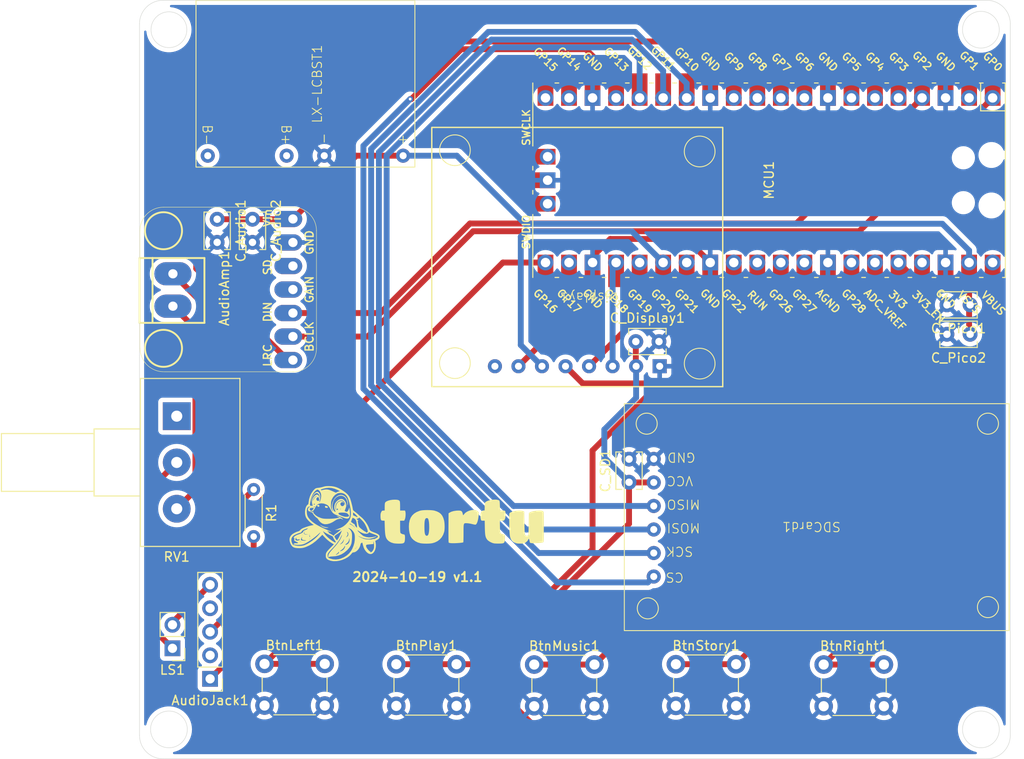
<source format=kicad_pcb>
(kicad_pcb (version 20240108) (generator "pcbnew") (generator_version "8.0")
  (layers (0 "F.Cu" signal) (31 "B.Cu" signal) (34 "B.Paste" user) (35 "F.Paste" user) (36 "B.SilkS" user "B.Silkscreen") (37 "F.SilkS" user "F.Silkscreen") (38 "B.Mask" user) (39 "F.Mask" user) (44 "Edge.Cuts" user))
  (net 0 "")
  (net 3 "GND")
  (net 4 "Net-(AudioAmp1-OUTP)")
  (net 5 "Net-(AudioAmp1-OUTN)")
  (net 6 "Net-(LS1-Pad1)")
  (net 7 "GPIO12")
  (net 9 "GPIO16")
  (net 14 "GPIO13")
  (net 16 "GPIO26")
  (net 17 "GPIO22")
  (net 19 "Vin")
  (net 20 "GPIO28")
  (net 23 "+3.3V")
  (net 24 "GPIO21")
  (net 28 "GPIO20")
  (net 31 "GPIO27")
  (net 32 "GPIO0")
  (net 34 "GPIO18")
  (net 36 "GPIO19")
  (net 37 "GPIO1")
  (net 38 "GPIO17")
  (net 39 "GPIO10")
  (net 42 "GPIO11")
  (net 43 "GPIO2")
  (net 60 "Net-(AudioJack1-Pin_5)")
  (net 63 "Net-(AudioJack1-Pin_1)")
  (footprint "Potentiometer_THT:Potentiometer_Alps_RK163_Single_Horizontal" (layer "F.Cu") (at 123.398 103.966)
    (property "Reference" "RV1" (at 0 15.2 360) (layer "F.SilkS"))
    (property "Value" "R_Potentiometer")
    (pad "1" thru_hole rect (at 0 0 180) (size 3 3) (drill 1.2) (layers "*.Cu" "*.Mask"))
    (pad "2" thru_hole circle (at 0 5 180) (size 3 3) (drill 1.2) (layers "*.Cu" "*.Mask") (net 6 "Net-(LS1-Pad1)"))
    (pad "3" thru_hole circle (at 0 10 180) (size 3 3) (drill 1.2) (layers "*.Cu" "*.Mask") (net 4 "Net-(AudioAmp1-OUTP)"))
  )
  (footprint "LOGO" (layer "F.Cu") (at 149.86 115.57)
    (property "Reference" "G***" (hide yes))
    (property "Value" "LOGO" (hide yes))
  )
  (footprint "AZDelivery_SDCard:AZDelivery_SDCard" (layer "F.Cu") (at 192.405 114.935 180)
    (property "Reference" "SDCard1" (at 0.508 -0.968 180) (layer "F.SilkS") (effects (font (thickness 0.1))))
    (property "Value" "~")
    (fp_text user "GND" (at 12.954 7.112 180) (layer "F.SilkS") (effects (font (thickness 0.1)) (justify left bottom)))
    (fp_text user "SCK" (at 13.208 -3.048 180) (layer "F.SilkS") (effects (font (thickness 0.1)) (justify left bottom)))
    (fp_text user "MISO" (at 12.446 2.032 180) (layer "F.SilkS") (effects (font (thickness 0.1)) (justify left bottom)))
    (fp_text user "VCC" (at 13.208 4.572 180) (layer "F.SilkS") (effects (font (thickness 0.1)) (justify left bottom)))
    (fp_text user "CS" (at 14.224 -5.842 180) (layer "F.SilkS") (effects (font (thickness 0.1)) (justify left bottom)))
    (fp_text user "MOSI" (at 12.446 -0.508 180) (layer "F.SilkS") (effects (font (thickness 0.1)) (justify left bottom)))
    (pad "1" thru_hole circle (at 17.526 6.35 180) (size 1.524 1.524) (drill 0.762) (layers "*.Cu" "*.Mask") (net 3 "GND"))
    (pad "2" thru_hole circle (at 17.526 3.81 180) (size 1.524 1.524) (drill 0.762) (layers "*.Cu" "*.Mask") (net 23 "+3.3V"))
    (pad "3" thru_hole circle (at 17.526 1.27 180) (size 1.524 1.524) (drill 0.762) (layers "*.Cu" "*.Mask") (net 7 "GPIO12"))
    (pad "4" thru_hole circle (at 17.526 -1.27 180) (size 1.524 1.524) (drill 0.762) (layers "*.Cu" "*.Mask") (net 42 "GPIO11"))
    (pad "5" thru_hole circle (at 17.526 -3.81 180) (size 1.524 1.524) (drill 0.762) (layers "*.Cu" "*.Mask") (net 39 "GPIO10"))
    (pad "6" thru_hole circle (at 17.526 -6.35 180) (size 1.524 1.524) (drill 0.762) (layers "*.Cu" "*.Mask") (net 14 "GPIO13"))
  )
  (footprint "Button_Switch_THT:SW_PUSH_6mm_H5mm" (layer "F.Cu") (at 177.269 130.755)
    (property "Reference" "BtnStory1" (at 3.25 -2 0) (layer "F.SilkS"))
    (property "Value" "SW_Push")
    (pad "1" thru_hole circle (at 0 0 90) (size 2 2) (drill 1.1) (layers "*.Cu" "*.Mask") (net 31 "GPIO27"))
    (pad "1" thru_hole circle (at 6.5 0 90) (size 2 2) (drill 1.1) (layers "*.Cu" "*.Mask") (net 31 "GPIO27"))
    (pad "2" thru_hole circle (at 0 4.5 90) (size 2 2) (drill 1.1) (layers "*.Cu" "*.Mask") (net 3 "GND"))
    (pad "2" thru_hole circle (at 6.5 4.5 90) (size 2 2) (drill 1.1) (layers "*.Cu" "*.Mask") (net 3 "GND"))
  )
  (footprint "Resistor_THT:R_Axial_DIN0204_L3.6mm_D1.6mm_P5.08mm_Horizontal" (layer "F.Cu") (at 131.699 111.887 -90)
    (property "Reference" "R1" (at 2.54 -1.92 90) (layer "F.SilkS"))
    (property "Value" "R")
    (pad "1" thru_hole circle (at 0 0 270) (size 1.4 1.4) (drill 0.7) (layers "*.Cu" "*.Mask") (net 6 "Net-(LS1-Pad1)"))
    (pad "2" thru_hole oval (at 5.08 0 270) (size 1.4 1.4) (drill 0.7) (layers "*.Cu" "*.Mask") (net 63 "Net-(AudioJack1-Pin_1)"))
  )
  (footprint "BatteryChargingModule_LX-LCBST:BatteryCharginModule_LX-LCBST" (layer "F.Cu") (at 137.287 68.47 -90)
    (property "Reference" "LX-LCBST1" (at -0.381 -1.27 90) (layer "F.SilkS") (effects (font (thickness 0.1))))
    (property "Value" "~")
    (fp_text user "-" (at 4.826 -1.524 -90) (layer "F.SilkS") (effects (font (thickness 0.1)) (justify left bottom)))
    (fp_text user "B-" (at 3.937 11.176 -90) (layer "F.SilkS") (effects (font (thickness 0.1)) (justify left bottom)))
    (fp_text user "+" (at 4.953 -10.033 -90) (layer "F.SilkS") (effects (font (thickness 0.1)) (justify left bottom)))
    (fp_text user "B+" (at 3.937 2.667 -90) (layer "F.SilkS") (effects (font (thickness 0.1)) (justify left bottom)))
    (pad "1" thru_hole circle (at 7.366 2.032 270) (size 1.524 1.524) (drill 0.762) (layers "*.Cu" "*.Mask"))
    (pad "2" thru_hole circle (at 7.366 10.541 270) (size 1.524 1.524) (drill 0.762) (layers "*.Cu" "*.Mask"))
    (pad "3" thru_hole circle (at 7.366 -10.541 270) (size 1.524 1.524) (drill 0.762) (layers "*.Cu" "*.Mask") (net 19 "Vin"))
    (pad "4" thru_hole circle (at 7.366 -2.032 270) (size 1.524 1.524) (drill 0.762) (layers "*.Cu" "*.Mask") (net 3 "GND"))
  )
  (footprint "MCU_RaspberryPi_and_Boards:RPi_Pico_SMD_TH" (layer "F.Cu") (at 187.325 78.486 -90)
    (property "Reference" "MCU1" (at 0 0 90) (layer "F.SilkS"))
    (property "Value" "Pico")
    (fp_text user "GP1" (at -12.9 -21.6 135) (layer "F.SilkS") (effects (font (size 0.8 0.8))))
    (fp_text user "GP17" (at 13.054 21.59 135) (layer "F.SilkS") (effects (font (size 0.8 0.8))))
    (fp_text user "GP19" (at 13.054 13.97 135) (layer "F.SilkS") (effects (font (size 0.8 0.8))))
    (fp_text user "GP22" (at 13.054 3.81 135) (layer "F.SilkS") (effects (font (size 0.8 0.8))))
    (fp_text user "GP6" (at -12.8 -3.81 135) (layer "F.SilkS") (effects (font (size 0.8 0.8))))
    (fp_text user "GND" (at -12.8 19.05 135) (layer "F.SilkS") (effects (font (size 0.8 0.8))))
    (fp_text user "GP7" (at -12.7 -1.3 135) (layer "F.SilkS") (effects (font (size 0.8 0.8))))
    (fp_text user "GP26" (at 13.054 -1.27 135) (layer "F.SilkS") (effects (font (size 0.8 0.8))))
    (fp_text user "GP10" (at -13.054 8.89 135) (layer "F.SilkS") (effects (font (size 0.8 0.8))))
    (fp_text user "RUN" (at 13 1.27 135) (layer "F.SilkS") (effects (font (size 0.8 0.8))))
    (fp_text user "GP2" (at -12.9 -16.51 135) (layer "F.SilkS") (effects (font (size 0.8 0.8))))
    (fp_text user "GP27" (at 13.054 -3.8 135) (layer "F.SilkS") (effects (font (size 0.8 0.8))))
    (fp_text user "GND" (at 12.8 6.35 135) (layer "F.SilkS") (effects (font (size 0.8 0.8))))
    (fp_text user "GND" (at -12.8 -6.35 135) (layer "F.SilkS") (effects (font (size 0.8 0.8))))
    (fp_text user "VSYS" (at 13.2 -21.59 135) (layer "F.SilkS") (effects (font (size 0.8 0.8))))
    (fp_text user "GND" (at -12.8 6.35 135) (layer "F.SilkS") (effects (font (size 0.8 0.8))))
    (fp_text user "GP0" (at -12.8 -24.13 135) (layer "F.SilkS") (effects (font (size 0.8 0.8))))
    (fp_text user "GP5" (at -12.8 -8.89 135) (layer "F.SilkS") (effects (font (size 0.8 0.8))))
    (fp_text user "GP4" (at -12.8 -11.43 135) (layer "F.SilkS") (effects (font (size 0.8 0.8))))
    (fp_text user "GND" (at 12.8 -19.05 135) (layer "F.SilkS") (effects (font (size 0.8 0.8))))
    (fp_text user "GP28" (at 13.054 -9.144 135) (layer "F.SilkS") (effects (font (size 0.8 0.8))))
    (fp_text user "GP15" (at -13.054 24.13 135) (layer "F.SilkS") (effects (font (size 0.8 0.8))))
    (fp_text user "GP11" (at -13.2 11.43 135) (layer "F.SilkS") (effects (font (size 0.8 0.8))))
    (fp_text user "GP20" (at 13.054 11.43 135) (layer "F.SilkS") (effects (font (size 0.8 0.8))))
    (fp_text user "GP21" (at 13.054 8.9 135) (layer "F.SilkS") (effects (font (size 0.8 0.8))))
    (fp_text user "SWDIO" (at 5.6 26.2 90) (layer "F.SilkS") (effects (font (size 0.8 0.8))))
    (fp_text user "GP16" (at 13.054 24.13 135) (layer "F.SilkS") (effects (font (size 0.8 0.8))))
    (fp_text user "GP12" (at -13.2 13.97 135) (layer "F.SilkS") (effects (font (size 0.8 0.8))))
    (fp_text user "GND" (at 12.8 19.05 135) (layer "F.SilkS") (effects (font (size 0.8 0.8))))
    (fp_text user "GP9" (at -12.8 3.81 135) (layer "F.SilkS") (effects (font (size 0.8 0.8))))
    (fp_text user "GP18" (at 13.054 16.51 135) (layer "F.SilkS") (effects (font (size 0.8 0.8))))
    (fp_text user "ADC_VREF" (at 14 -12.5 135) (layer "F.SilkS") (effects (font (size 0.8 0.8))))
    (fp_text user "3V3_EN" (at 13.7 -17.2 135) (layer "F.SilkS") (effects (font (size 0.8 0.8))))
    (fp_text user "GP3" (at -12.8 -13.97 135) (layer "F.SilkS") (effects (font (size 0.8 0.8))))
    (fp_text user "AGND" (at 13.054 -6.35 135) (layer "F.SilkS") (effects (font (size 0.8 0.8))))
    (fp_text user "GND" (at -12.8 -19.05 135) (layer "F.SilkS") (effects (font (size 0.8 0.8))))
    (fp_text user "GP13" (at -13.054 16.51 135) (layer "F.SilkS") (effects (font (size 0.8 0.8))))
    (fp_text user "GP14" (at -13.1 21.59 135) (layer "F.SilkS") (effects (font (size 0.8 0.8))))
    (fp_text user "VBUS" (at 13.3 -24.2 135) (layer "F.SilkS") (effects (font (size 0.8 0.8))))
    (fp_text user "3V3" (at 12.9 -13.9 135) (layer "F.SilkS") (effects (font (size 0.8 0.8))))
    (fp_text user "SWCLK" (at -5.7 26.2 90) (layer "F.SilkS") (effects (font (size 0.8 0.8))))
    (fp_text user "GP8" (at -12.8 1.27 135) (layer "F.SilkS") (effects (font (size 0.8 0.8))))
    (pad "" np_thru_hole oval (at -2.725 -24 270) (size 1.8 1.8) (drill 1.8) (layers "*.Cu" "*.Mask"))
    (pad "" np_thru_hole oval (at -2.425 -20.97 270) (size 1.5 1.5) (drill 1.5) (layers "*.Cu" "*.Mask"))
    (pad "" np_thru_hole oval (at 2.425 -20.97 270) (size 1.5 1.5) (drill 1.5) (layers "*.Cu" "*.Mask"))
    (pad "" np_thru_hole oval (at 2.725 -24 270) (size 1.8 1.8) (drill 1.8) (layers "*.Cu" "*.Mask"))
    (pad "1" thru_hole oval (at -8.89 -24.13 270) (size 1.7 1.7) (drill 1.02) (layers "*.Cu" "*.Mask") (net 32 "GPIO0"))
    (pad "1" smd rect (at -8.89 -24.13 270) (size 3.5 1.7) (drill (offset -0.9 0)) (layers "F.Cu" "F.Mask") (net 32 "GPIO0"))
    (pad "2" thru_hole oval (at -8.89 -21.59 270) (size 1.7 1.7) (drill 1.02) (layers "*.Cu" "*.Mask") (net 37 "GPIO1"))
    (pad "2" smd rect (at -8.89 -21.59 270) (size 3.5 1.7) (drill (offset -0.9 0)) (layers "F.Cu" "F.Mask") (net 37 "GPIO1"))
    (pad "3" thru_hole rect (at -8.89 -19.05 270) (size 1.7 1.7) (drill 1.02) (layers "*.Cu" "*.Mask") (net 3 "GND"))
    (pad "3" smd rect (at -8.89 -19.05 270) (size 3.5 1.7) (drill (offset -0.9 0)) (layers "F.Cu" "F.Mask") (net 3 "GND"))
    (pad "4" thru_hole oval (at -8.89 -16.51 270) (size 1.7 1.7) (drill 1.02) (layers "*.Cu" "*.Mask") (net 43 "GPIO2"))
    (pad "4" smd rect (at -8.89 -16.51 270) (size 3.5 1.7) (drill (offset -0.9 0)) (layers "F.Cu" "F.Mask") (net 43 "GPIO2"))
    (pad "5" thru_hole oval (at -8.89 -13.97 270) (size 1.7 1.7) (drill 1.02) (layers "*.Cu" "*.Mask"))
    (pad "5" smd rect (at -8.89 -13.97 270) (size 3.5 1.7) (drill (offset -0.9 0)) (layers "F.Cu" "F.Mask"))
    (pad "6" thru_hole oval (at -8.89 -11.43 270) (size 1.7 1.7) (drill 1.02) (layers "*.Cu" "*.Mask"))
    (pad "6" smd rect (at -8.89 -11.43 270) (size 3.5 1.7) (drill (offset -0.9 0)) (layers "F.Cu" "F.Mask"))
    (pad "7" thru_hole oval (at -8.89 -8.89 270) (size 1.7 1.7) (drill 1.02) (layers "*.Cu" "*.Mask"))
    (pad "7" smd rect (at -8.89 -8.89 270) (size 3.5 1.7) (drill (offset -0.9 0)) (layers "F.Cu" "F.Mask"))
    (pad "8" thru_hole rect (at -8.89 -6.35 270) (size 1.7 1.7) (drill 1.02) (layers "*.Cu" "*.Mask") (net 3 "GND"))
    (pad "8" smd rect (at -8.89 -6.35 270) (size 3.5 1.7) (drill (offset -0.9 0)) (layers "F.Cu" "F.Mask") (net 3 "GND"))
    (pad "9" thru_hole oval (at -8.89 -3.81 270) (size 1.7 1.7) (drill 1.02) (layers "*.Cu" "*.Mask"))
    (pad "9" smd rect (at -8.89 -3.81 270) (size 3.5 1.7) (drill (offset -0.9 0)) (layers "F.Cu" "F.Mask"))
    (pad "10" thru_hole oval (at -8.89 -1.27 270) (size 1.7 1.7) (drill 1.02) (layers "*.Cu" "*.Mask"))
    (pad "10" smd rect (at -8.89 -1.27 270) (size 3.5 1.7) (drill (offset -0.9 0)) (layers "F.Cu" "F.Mask"))
    (pad "11" thru_hole oval (at -8.89 1.27 270) (size 1.7 1.7) (drill 1.02) (layers "*.Cu" "*.Mask"))
    (pad "11" smd rect (at -8.89 1.27 270) (size 3.5 1.7) (drill (offset -0.9 0)) (layers "F.Cu" "F.Mask"))
    (pad "12" thru_hole oval (at -8.89 3.81 270) (size 1.7 1.7) (drill 1.02) (layers "*.Cu" "*.Mask"))
    (pad "12" smd rect (at -8.89 3.81 270) (size 3.5 1.7) (drill (offset -0.9 0)) (layers "F.Cu" "F.Mask"))
    (pad "13" thru_hole rect (at -8.89 6.35 270) (size 1.7 1.7) (drill 1.02) (layers "*.Cu" "*.Mask") (net 3 "GND"))
    (pad "13" smd rect (at -8.89 6.35 270) (size 3.5 1.7) (drill (offset -0.9 0)) (layers "F.Cu" "F.Mask") (net 3 "GND"))
    (pad "14" thru_hole oval (at -8.89 8.89 270) (size 1.7 1.7) (drill 1.02) (layers "*.Cu" "*.Mask") (net 39 "GPIO10"))
    (pad "14" smd rect (at -8.89 8.89 270) (size 3.5 1.7) (drill (offset -0.9 0)) (layers "F.Cu" "F.Mask") (net 39 "GPIO10"))
    (pad "15" thru_hole oval (at -8.89 11.43 270) (size 1.7 1.7) (drill 1.02) (layers "*.Cu" "*.Mask") (net 42 "GPIO11"))
    (pad "15" smd rect (at -8.89 11.43 270) (size 3.5 1.7) (drill (offset -0.9 0)) (layers "F.Cu" "F.Mask") (net 42 "GPIO11"))
    (pad "16" thru_hole oval (at -8.89 13.97 270) (size 1.7 1.7) (drill 1.02) (layers "*.Cu" "*.Mask") (net 7 "GPIO12"))
    (pad "16" smd rect (at -8.89 13.97 270) (size 3.5 1.7) (drill (offset -0.9 0)) (layers "F.Cu" "F.Mask") (net 7 "GPIO12"))
    (pad "17" thru_hole oval (at -8.89 16.51 270) (size 1.7 1.7) (drill 1.02) (layers "*.Cu" "*.Mask") (net 14 "GPIO13"))
    (pad "17" smd rect (at -8.89 16.51 270) (size 3.5 1.7) (drill (offset -0.9 0)) (layers "F.Cu" "F.Mask") (net 14 "GPIO13"))
    (pad "18" thru_hole rect (at -8.89 19.05 270) (size 1.7 1.7) (drill 1.02) (layers "*.Cu" "*.Mask") (net 3 "GND"))
    (pad "18" smd rect (at -8.89 19.05 270) (size 3.5 1.7) (drill (offset -0.9 0)) (layers "F.Cu" "F.Mask") (net 3 "GND"))
    (pad "19" thru_hole oval (at -8.89 21.59 270) (size 1.7 1.7) (drill 1.02) (layers "*.Cu" "*.Mask"))
    (pad "19" smd rect (at -8.89 21.59 270) (size 3.5 1.7) (drill (offset -0.9 0)) (layers "F.Cu" "F.Mask"))
    (pad "20" thru_hole oval (at -8.89 24.13 270) (size 1.7 1.7) (drill 1.02) (layers "*.Cu" "*.Mask"))
    (pad "20" smd rect (at -8.89 24.13 270) (size 3.5 1.7) (drill (offset -0.9 0)) (layers "F.Cu" "F.Mask"))
    (pad "21" thru_hole oval (at 8.89 24.13 270) (size 1.7 1.7) (drill 1.02) (layers "*.Cu" "*.Mask") (net 9 "GPIO16"))
    (pad "21" smd rect (at 8.89 24.13 270) (size 3.5 1.7) (drill (offset 0.9 0)) (layers "F.Cu" "F.Mask") (net 9 "GPIO16"))
    (pad "22" thru_hole oval (at 8.89 21.59 270) (size 1.7 1.7) (drill 1.02) (layers "*.Cu" "*.Mask") (net 38 "GPIO17"))
    (pad "22" smd rect (at 8.89 21.59 270) (size 3.5 1.7) (drill (offset 0.9 0)) (layers "F.Cu" "F.Mask") (net 38 "GPIO17"))
    (pad "23" thru_hole rect (at 8.89 19.05 270) (size 1.7 1.7) (drill 1.02) (layers "*.Cu" "*.Mask") (net 3 "GND"))
    (pad "23" smd rect (at 8.89 19.05 270) (size 3.5 1.7) (drill (offset 0.9 0)) (layers "F.Cu" "F.Mask") (net 3 "GND"))
    (pad "24" thru_hole oval (at 8.89 16.51 270) (size 1.7 1.7) (drill 1.02) (layers "*.Cu" "*.Mask") (net 34 "GPIO18"))
    (pad "24" smd rect (at 8.89 16.51 270) (size 3.5 1.7) (drill (offset 0.9 0)) (layers "F.Cu" "F.Mask") (net 34 "GPIO18"))
    (pad "25" thru_hole oval (at 8.89 13.97 270) (size 1.7 1.7) (drill 1.02) (layers "*.Cu" "*.Mask") (net 36 "GPIO19"))
    (pad "25" smd rect (at 8.89 13.97 270) (size 3.5 1.7) (drill (offset 0.9 0)) (layers "F.Cu" "F.Mask") (net 36 "GPIO19"))
    (pad "26" thru_hole oval (at 8.89 11.43 270) (size 1.7 1.7) (drill 1.02) (layers "*.Cu" "*.Mask") (net 28 "GPIO20"))
    (pad "26" smd rect (at 8.89 11.43 270) (size 3.5 1.7) (drill (offset 0.9 0)) (layers "F.Cu" "F.Mask") (net 28 "GPIO20"))
    (pad "27" thru_hole oval (at 8.89 8.89 270) (size 1.7 1.7) (drill 1.02) (layers "*.Cu" "*.Mask") (net 24 "GPIO21"))
    (pad "27" smd rect (at 8.89 8.89 270) (size 3.5 1.7) (drill (offset 0.9 0)) (layers "F.Cu" "F.Mask") (net 24 "GPIO21"))
    (pad "28" thru_hole rect (at 8.89 6.35 270) (size 1.7 1.7) (drill 1.02) (layers "*.Cu" "*.Mask") (net 3 "GND"))
    (pad "28" smd rect (at 8.89 6.35 270) (size 3.5 1.7) (drill (offset 0.9 0)) (layers "F.Cu" "F.Mask") (net 3 "GND"))
    (pad "29" thru_hole oval (at 8.89 3.81 270) (size 1.7 1.7) (drill 1.02) (layers "*.Cu" "*.Mask") (net 17 "GPIO22"))
    (pad "29" smd rect (at 8.89 3.81 270) (size 3.5 1.7) (drill (offset 0.9 0)) (layers "F.Cu" "F.Mask") (net 17 "GPIO22"))
    (pad "30" thru_hole oval (at 8.89 1.27 270) (size 1.7 1.7) (drill 1.02) (layers "*.Cu" "*.Mask"))
    (pad "30" smd rect (at 8.89 1.27 270) (size 3.5 1.7) (drill (offset 0.9 0)) (layers "F.Cu" "F.Mask"))
    (pad "31" thru_hole oval (at 8.89 -1.27 270) (size 1.7 1.7) (drill 1.02) (layers "*.Cu" "*.Mask") (net 16 "GPIO26"))
    (pad "31" smd rect (at 8.89 -1.27 270) (size 3.5 1.7) (drill (offset 0.9 0)) (layers "F.Cu" "F.Mask") (net 16 "GPIO26"))
    (pad "32" thru_hole oval (at 8.89 -3.81 270) (size 1.7 1.7) (drill 1.02) (layers "*.Cu" "*.Mask") (net 31 "GPIO27"))
    (pad "32" smd rect (at 8.89 -3.81 270) (size 3.5 1.7) (drill (offset 0.9 0)) (layers "F.Cu" "F.Mask") (net 31 "GPIO27"))
    (pad "33" thru_hole rect (at 8.89 -6.35 270) (size 1.7 1.7) (drill 1.02) (layers "*.Cu" "*.Mask") (net 3 "GND"))
    (pad "33" smd rect (at 8.89 -6.35 270) (size 3.5 1.7) (drill (offset 0.9 0)) (layers "F.Cu" "F.Mask") (net 3 "GND"))
    (pad "34" thru_hole oval (at 8.89 -8.89 270) (size 1.7 1.7) (drill 1.02) (layers "*.Cu" "*.Mask") (net 20 "GPIO28"))
    (pad "34" smd rect (at 8.89 -8.89 270) (size 3.5 1.7) (drill (offset 0.9 0)) (layers "F.Cu" "F.Mask") (net 20 "GPIO28"))
    (pad "35" thru_hole oval (at 8.89 -11.43 270) (size 1.7 1.7) (drill 1.02) (layers "*.Cu" "*.Mask"))
    (pad "35" smd rect (at 8.89 -11.43 270) (size 3.5 1.7) (drill (offset 0.9 0)) (layers "F.Cu" "F.Mask"))
    (pad "36" thru_hole oval (at 8.89 -13.97 270) (size 1.7 1.7) (drill 1.02) (layers "*.Cu" "*.Mask") (net 23 "+3.3V"))
    (pad "36" smd rect (at 8.89 -13.97 270) (size 3.5 1.7) (drill (offset 0.9 0)) (layers "F.Cu" "F.Mask") (net 23 "+3.3V"))
    (pad "37" thru_hole oval (at 8.89 -16.51 270) (size 1.7 1.7) (drill 1.02) (layers "*.Cu" "*.Mask"))
    (pad "37" smd rect (at 8.89 -16.51 270) (size 3.5 1.7) (drill (offset 0.9 0)) (layers "F.Cu" "F.Mask"))
    (pad "38" thru_hole rect (at 8.89 -19.05 270) (size 1.7 1.7) (drill 1.02) (layers "*.Cu" "*.Mask") (net 3 "GND"))
    (pad "38" smd rect (at 8.89 -19.05 270) (size 3.5 1.7) (drill (offset 0.9 0)) (layers "F.Cu" "F.Mask") (net 3 "GND"))
    (pad "39" thru_hole oval (at 8.89 -21.59 270) (size 1.7 1.7) (drill 1.02) (layers "*.Cu" "*.Mask") (net 19 "Vin"))
    (pad "39" smd rect (at 8.89 -21.59 270) (size 3.5 1.7) (drill (offset 0.9 0)) (layers "F.Cu" "F.Mask") (net 19 "Vin"))
    (pad "40" thru_hole oval (at 8.89 -24.13 270) (size 1.7 1.7) (drill 1.02) (layers "*.Cu" "*.Mask"))
    (pad "40" smd rect (at 8.89 -24.13 270) (size 3.5 1.7) (drill (offset 0.9 0)) (layers "F.Cu" "F.Mask"))
    (pad "41" thru_hole oval (at -2.54 23.9 270) (size 1.7 1.7) (drill 1.02) (layers "*.Cu" "*.Mask"))
    (pad "41" smd rect (at -2.54 23.9) (size 3.5 1.7) (drill (offset -0.9 0)) (layers "F.Cu" "F.Mask"))
    (pad "42" thru_hole rect (at 0 23.9 270) (size 1.7 1.7) (drill 1.02) (layers "*.Cu" "*.Mask") (net 3 "GND"))
    (pad "42" smd rect (at 0 23.9) (size 3.5 1.7) (drill (offset -0.9 0)) (layers "F.Cu" "F.Mask") (net 3 "GND"))
    (pad "43" thru_hole oval (at 2.54 23.9 270) (size 1.7 1.7) (drill 1.02) (layers "*.Cu" "*.Mask"))
    (pad "43" smd rect (at 2.54 23.9) (size 3.5 1.7) (drill (offset -0.9 0)) (layers "F.Cu" "F.Mask"))
  )
  (footprint "Button_Switch_THT:SW_PUSH_6mm_H5mm" (layer "F.Cu") (at 193.219 130.791)
    (property "Reference" "BtnRight1" (at 3.25 -2 0) (layer "F.SilkS"))
    (property "Value" "SW_Push")
    (pad "1" thru_hole circle (at 0 0 90) (size 2 2) (drill 1.1) (layers "*.Cu" "*.Mask") (net 20 "GPIO28"))
    (pad "1" thru_hole circle (at 6.5 0 90) (size 2 2) (drill 1.1) (layers "*.Cu" "*.Mask") (net 20 "GPIO28"))
    (pad "2" thru_hole circle (at 0 4.5 90) (size 2 2) (drill 1.1) (layers "*.Cu" "*.Mask") (net 3 "GND"))
    (pad "2" thru_hole circle (at 6.5 4.5 90) (size 2 2) (drill 1.1) (layers "*.Cu" "*.Mask") (net 3 "GND"))
  )
  (footprint "Capacitor_THT:C_Disc_D3.8mm_W2.6mm_P2.50mm" (layer "F.Cu") (at 209.022 91.948 180)
    (property "Reference" "C_Pico1" (at 1.25 -2.55 360) (layer "F.SilkS"))
    (property "Value" "10u")
    (pad "1" thru_hole circle (at 0 0 180) (size 1.6 1.6) (drill 0.8) (layers "*.Cu" "*.Mask") (net 19 "Vin"))
    (pad "2" thru_hole circle (at 2.5 0 180) (size 1.6 1.6) (drill 0.8) (layers "*.Cu" "*.Mask") (net 3 "GND"))
  )
  (footprint "Capacitor_THT:C_Disc_D3.8mm_W2.6mm_P2.50mm" (layer "F.Cu") (at 172.9432 95.9104)
    (property "Reference" "C_Display1" (at 1.25 -2.55 360) (layer "F.SilkS"))
    (property "Value" "1u")
    (pad "1" thru_hole circle (at 0 0) (size 1.6 1.6) (drill 0.8) (layers "*.Cu" "*.Mask") (net 23 "+3.3V"))
    (pad "2" thru_hole circle (at 2.5 0) (size 1.6 1.6) (drill 0.8) (layers "*.Cu" "*.Mask") (net 3 "GND"))
  )
  (footprint "Button_Switch_THT:SW_PUSH_6mm_H5mm" (layer "F.Cu") (at 147.095 130.755)
    (property "Reference" "BtnPlay1" (at 3.25 -2 0) (layer "F.SilkS"))
    (property "Value" "SW_Push")
    (pad "1" thru_hole circle (at 0 0 90) (size 2 2) (drill 1.1) (layers "*.Cu" "*.Mask") (net 17 "GPIO22"))
    (pad "1" thru_hole circle (at 6.5 0 90) (size 2 2) (drill 1.1) (layers "*.Cu" "*.Mask") (net 17 "GPIO22"))
    (pad "2" thru_hole circle (at 0 4.5 90) (size 2 2) (drill 1.1) (layers "*.Cu" "*.Mask") (net 3 "GND"))
    (pad "2" thru_hole circle (at 6.5 4.5 90) (size 2 2) (drill 1.1) (layers "*.Cu" "*.Mask") (net 3 "GND"))
  )
  (footprint "Capacitor_THT:C_Disc_D3.8mm_W2.6mm_P2.50mm" (layer "F.Cu") (at 209.022 95.123 180)
    (property "Reference" "C_Pico2" (at 1.25 -2.55 360) (layer "F.SilkS"))
    (property "Value" "0.1u")
    (pad "1" thru_hole circle (at 0 0 180) (size 1.6 1.6) (drill 0.8) (layers "*.Cu" "*.Mask") (net 19 "Vin"))
    (pad "2" thru_hole circle (at 2.5 0 180) (size 1.6 1.6) (drill 0.8) (layers "*.Cu" "*.Mask") (net 3 "GND"))
  )
  (footprint "Connector_PinHeader_2.54mm:PinHeader_1x05_P2.54mm_Vertical" (layer "F.Cu") (at 127 132.334 180)
    (property "Reference" "AudioJack1" (at 0 -2.33 360) (layer "F.SilkS"))
    (property "Value" "AudioJack")
    (pad "1" thru_hole rect (at 0 0 180) (size 1.7 1.7) (drill 1) (layers "*.Cu" "*.Mask") (net 63 "Net-(AudioJack1-Pin_1)"))
    (pad "2" thru_hole oval (at 0 2.54 180) (size 1.7 1.7) (drill 1) (layers "*.Cu" "*.Mask"))
    (pad "3" thru_hole oval (at 0 5.08 180) (size 1.7 1.7) (drill 1) (layers "*.Cu" "*.Mask") (net 5 "Net-(AudioAmp1-OUTN)"))
    (pad "4" thru_hole oval (at 0 7.62 180) (size 1.7 1.7) (drill 1) (layers "*.Cu" "*.Mask"))
    (pad "5" thru_hole oval (at 0 10.16 180) (size 1.7 1.7) (drill 1) (layers "*.Cu" "*.Mask") (net 60 "Net-(AudioJack1-Pin_5)"))
  )
  (footprint "Display_135x240IPS:Display_135x240IPS" (layer "F.Cu") (at 167.8968 103.5745 180)
    (property "Reference" "Display1" (at 0 12.446 180) (layer "F.SilkS") (effects (font (thickness 0.1))))
    (property "Value" "~")
    (pad "1" thru_hole rect (at -7.62 5 180) (size 1.524 1.524) (drill 0.762) (layers "*.Cu" "*.Mask") (net 3 "GND"))
    (pad "2" thru_hole circle (at -5.08 5 180) (size 1.524 1.524) (drill 0.762) (layers "*.Cu" "*.Mask") (net 23 "+3.3V"))
    (pad "3" thru_hole circle (at -2.54 5 180) (size 1.524 1.524) (drill 0.762) (layers "*.Cu" "*.Mask") (net 34 "GPIO18"))
    (pad "4" thru_hole circle (at 0 5 180) (size 1.524 1.524) (drill 0.762) (layers "*.Cu" "*.Mask") (net 36 "GPIO19"))
    (pad "5" thru_hole circle (at 2.54 5 180) (size 1.524 1.524) (drill 0.762) (layers "*.Cu" "*.Mask") (net 24 "GPIO21"))
    (pad "6" thru_hole circle (at 5.08 5 180) (size 1.524 1.524) (drill 0.762) (layers "*.Cu" "*.Mask") (net 28 "GPIO20"))
    (pad "7" thru_hole circle (at 7.62 5 180) (size 1.524 1.524) (drill 0.762) (layers "*.Cu" "*.Mask") (net 38 "GPIO17"))
    (pad "8" thru_hole circle (at 10.16 5 180) (size 1.524 1.524) (drill 0.762) (layers "*.Cu" "*.Mask"))
  )
  (footprint "Capacitor_THT:C_Disc_D3.8mm_W2.6mm_P2.50mm" (layer "F.Cu") (at 131.572 82.697 -90)
    (property "Reference" "C_Audio2" (at 1.25 -2.55 90) (layer "F.SilkS"))
    (property "Value" "10u")
    (pad "1" thru_hole circle (at 0 0 270) (size 1.6 1.6) (drill 0.8) (layers "*.Cu" "*.Mask") (net 19 "Vin"))
    (pad "2" thru_hole circle (at 2.5 0 270) (size 1.6 1.6) (drill 0.8) (layers "*.Cu" "*.Mask") (net 3 "GND"))
  )
  (footprint "adafruit-MAX98357:adafruit-MAX98357" (layer "F.Cu") (at 129.032 90.17 90)
    (property "Reference" "AudioAmp1" (at 0 -0.5 90) (layer "F.SilkS"))
    (property "Value" "adafruit-MAX98357")
    (fp_text user "BCLK" (at -5.2 8.685 90) (layer "F.SilkS") (effects (font (size 0.8636 0.8636) (thickness 0.1524))))
    (fp_text user "GAIN" (at -0.12 8.685 90) (layer "F.SilkS") (effects (font (size 0.8636 0.8636) (thickness 0.1524))))
    (fp_text user "DIN" (at -2.533 4.185 90) (layer "F.SilkS") (effects (font (size 0.8636 0.8636) (thickness 0.1524))))
    (fp_text user "LRC" (at -7.232 4.185 90) (layer "F.SilkS") (effects (font (size 0.8636 0.8636) (thickness 0.1524))))
    (fp_text user "Vin" (at 7.627 4.185 90) (layer "F.SilkS") (effects (font (size 0.8636 0.8636) (thickness 0.1524))))
    (fp_text user "SD" (at 2.293 4.185 90) (layer "F.SilkS") (effects (font (size 0.8636 0.8636) (thickness 0.1524))))
    (fp_text user "GND" (at 4.96 8.685 90) (layer "F.SilkS") (effects (font (size 0.8636 0.8636) (thickness 0.1524))))
    (pad "1" thru_hole oval (at 7.5 6.907) (size 3 1.75) (drill 1 (offset -0.5 0)) (layers "*.Cu" "*.Mask") (net 19 "Vin"))
    (pad "2" thru_hole oval (at 4.96 6.907) (size 3 1.75) (drill 1 (offset -0.5 0)) (layers "*.Cu" "*.Mask") (net 3 "GND"))
    (pad "3" thru_hole oval (at 2.42 6.907) (size 3 1.75) (drill 1 (offset -0.5 0)) (layers "*.Cu" "*.Mask"))
    (pad "4" thru_hole oval (at -0.12 6.907) (size 3 1.75) (drill 1 (offset -0.5 0)) (layers "*.Cu" "*.Mask"))
    (pad "5" thru_hole oval (at -2.66 6.907) (size 3 1.75) (drill 1 (offset -0.5 0)) (layers "*.Cu" "*.Mask") (net 43 "GPIO2"))
    (pad "6" thru_hole oval (at -5.2 6.907) (size 3 1.75) (drill 1 (offset -0.5 0)) (layers "*.Cu" "*.Mask") (net 32 "GPIO0"))
    (pad "7" thru_hole oval (at -7.74 6.907) (size 3 1.75) (drill 1 (offset -0.5 0)) (layers "*.Cu" "*.Mask") (net 37 "GPIO1"))
    (pad "8" thru_hole oval (at -1.92 -6.047 270) (size 2.5 4) (drill 1) (layers "*.Cu" "*.Mask") (net 4 "Net-(AudioAmp1-OUTP)"))
    (pad "9" thru_hole oval (at 1.58 -6.047 270) (size 2.5 4) (drill 1) (layers "*.Cu" "*.Mask") (net 5 "Net-(AudioAmp1-OUTN)"))
  )
  (footprint "Capacitor_THT:C_Disc_D3.8mm_W2.6mm_P2.50mm" (layer "F.Cu") (at 127.762 82.697 -90)
    (property "Reference" "C_Audio1" (at 1.25 -2.55 90) (layer "F.SilkS"))
    (property "Value" "0.1u")
    (pad "1" thru_hole circle (at 0 0 270) (size 1.6 1.6) (drill 0.8) (layers "*.Cu" "*.Mask") (net 19 "Vin"))
    (pad "2" thru_hole circle (at 2.5 0 270) (size 1.6 1.6) (drill 0.8) (layers "*.Cu" "*.Mask") (net 3 "GND"))
  )
  (footprint "Connector_PinHeader_2.54mm:PinHeader_1x02_P2.54mm_Vertical" (layer "F.Cu") (at 122.936 129.037 180)
    (property "Reference" "LS1" (at 0 -2.33 360) (layer "F.SilkS"))
    (property "Value" "Speaker")
    (pad "1" thru_hole rect (at 0 0 180) (size 1.7 1.7) (drill 1) (layers "*.Cu" "*.Mask") (net 6 "Net-(LS1-Pad1)"))
    (pad "2" thru_hole oval (at 0 2.54 180) (size 1.7 1.7) (drill 1) (layers "*.Cu" "*.Mask") (net 60 "Net-(AudioJack1-Pin_5)"))
  )
  (footprint "Capacitor_THT:C_Disc_D3.8mm_W2.6mm_P2.50mm" (layer "F.Cu") (at 172.212 111.105 90)
    (property "Reference" "C_SD1" (at 1.25 -2.55 90) (layer "F.SilkS"))
    (property "Value" "1u")
    (pad "1" thru_hole circle (at 0 0 90) (size 1.6 1.6) (drill 0.8) (layers "*.Cu" "*.Mask") (net 23 "+3.3V"))
    (pad "2" thru_hole circle (at 2.5 0 90) (size 1.6 1.6) (drill 0.8) (layers "*.Cu" "*.Mask") (net 3 "GND"))
  )
  (footprint "Button_Switch_THT:SW_PUSH_6mm_H5mm" (layer "F.Cu") (at 132.871 130.719)
    (property "Reference" "BtnLeft1" (at 3.25 -2 0) (layer "F.SilkS"))
    (property "Value" "SW_Push")
    (pad "1" thru_hole circle (at 0 0 90) (size 2 2) (drill 1.1) (layers "*.Cu" "*.Mask") (net 9 "GPIO16"))
    (pad "1" thru_hole circle (at 6.5 0 90) (size 2 2) (drill 1.1) (layers "*.Cu" "*.Mask") (net 9 "GPIO16"))
    (pad "2" thru_hole circle (at 0 4.5 90) (size 2 2) (drill 1.1) (layers "*.Cu" "*.Mask") (net 3 "GND"))
    (pad "2" thru_hole circle (at 6.5 4.5 90) (size 2 2) (drill 1.1) (layers "*.Cu" "*.Mask") (net 3 "GND"))
  )
  (footprint "Button_Switch_THT:SW_PUSH_6mm_H5mm" (layer "F.Cu") (at 161.977 130.791)
    (property "Reference" "BtnMusic1" (at 3.25 -2 0) (layer "F.SilkS"))
    (property "Value" "SW_Push")
    (pad "1" thru_hole circle (at 0 0 90) (size 2 2) (drill 1.1) (layers "*.Cu" "*.Mask") (net 16 "GPIO26"))
    (pad "1" thru_hole circle (at 6.5 0 90) (size 2 2) (drill 1.1) (layers "*.Cu" "*.Mask") (net 16 "GPIO26"))
    (pad "2" thru_hole circle (at 0 4.5 90) (size 2 2) (drill 1.1) (layers "*.Cu" "*.Mask") (net 3 "GND"))
    (pad "2" thru_hole circle (at 6.5 4.5 90) (size 2 2) (drill 1.1) (layers "*.Cu" "*.Mask") (net 3 "GND"))
  )
  (gr_line (start 121.92 140.97) (end 210.82 140.97) (stroke (width 0.05)) (layer "Edge.Cuts"))
  (gr_circle (center 122.555 137.795) (end 121.285 139.319) (stroke (width 0.05)) (fill none) (layer "Edge.Cuts"))
  (gr_circle (center 122.555 62.23) (end 121.793 60.452) (stroke (width 0.05)) (fill none) (layer "Edge.Cuts"))
  (gr_circle (center 210.185 137.795) (end 211.709 139.065) (stroke (width 0.05)) (fill none) (layer "Edge.Cuts"))
  (gr_line (start 119.38 61.595) (end 119.38 138.43) (stroke (width 0.05)) (layer "Edge.Cuts"))
  (gr_arc (start 121.92 140.97) (mid 120.123949 140.226051) (end 119.38 138.43) (stroke (width 0.05)) (layer "Edge.Cuts"))
  (gr_arc (start 119.38 61.595) (mid 120.123949 59.798949) (end 121.92 59.055) (stroke (width 0.05)) (layer "Edge.Cuts"))
  (gr_arc (start 213.36 138.43) (mid 212.616051 140.226051) (end 210.82 140.97) (stroke (width 0.05)) (layer "Edge.Cuts"))
  (gr_arc (start 210.82 59.055) (mid 212.616051 59.798949) (end 213.36 61.595) (stroke (width 0.05)) (layer "Edge.Cuts"))
  (gr_circle (center 210.185 62.23) (end 211.709 60.96) (stroke (width 0.05)) (fill none) (layer "Edge.Cuts"))
  (gr_line (start 213.36 138.43) (end 213.36 61.595) (stroke (width 0.05)) (layer "Edge.Cuts"))
  (gr_line (start 121.92 59.055) (end 210.82 59.055) (stroke (width 0.05)) (layer "Edge.Cuts"))
  (gr_text "2024-10-19 v1.1" (at 142.24 121.92 0) (layer "F.SilkS") (effects (font (size 1 1) (thickness 0.2) (bold yes)) (justify left bottom)))
  (segment (start 168.275 87.376) (end 168.275 86.7346) (width 0.635) (layer "F.Cu") (net 3))
  (segment (start 170.18 84.8296) (end 178.4286 84.8296) (width 0.635) (layer "F.Cu") (net 3))
  (segment (start 175.4432 98.5009) (end 175.5168 98.5745) (width 0.635) (layer "F.Cu") (net 3))
  (segment (start 178.4286 84.8296) (end 180.975 87.376) (width 0.635) (layer "F.Cu") (net 3))
  (segment (start 168.275 86.7346) (end 170.18 84.8296) (width 0.635) (layer "F.Cu") (net 3))
  (segment (start 175.3924 98.4501) (end 175.5168 98.5745) (width 0.635) (layer "F.Cu") (net 3))
  (segment (start 123.398 113.966) (end 125.4155 111.9485) (width 0.635) (layer "F.Cu") (net 4))
  (segment (start 125.4155 111.9485) (end 125.4155 94.5205) (width 0.635) (layer "F.Cu") (net 4))
  (segment (start 125.4155 94.5205) (end 122.985 92.09) (width 0.635) (layer "F.Cu") (net 4))
  (segment (start 129.286 116.332) (end 133.4294 112.1886) (width 0.635) (layer "F.Cu") (net 5))
  (segment (start 129.286 124.968) (end 129.286 116.332) (width 0.635) (layer "F.Cu") (net 5))
  (segment (start 133.4294 99.0344) (end 122.985 88.59) (width 0.635) (layer "F.Cu") (net 5))
  (segment (start 133.4294 112.1886) (end 133.4294 99.0344) (width 0.635) (layer "F.Cu") (net 5))
  (segment (start 127 127.254) (end 129.286 124.968) (width 0.635) (layer "F.Cu") (net 5))
  (segment (start 120.65 113.538) (end 120.65 115.57) (width 0.635) (layer "F.Cu") (net 6))
  (segment (start 126.492 117.094) (end 120.65 117.094) (width 0.635) (layer "F.Cu") (net 6))
  (segment (start 120.65 117.094) (end 120.65 113.538) (width 0.635) (layer "F.Cu") (net 6))
  (segment (start 122.936 129.037) (end 120.65 126.751) (width 0.635) (layer "F.Cu") (net 6))
  (segment (start 120.65 126.751) (end 120.65 117.094) (width 0.635) (layer "F.Cu") (net 6))
  (segment (start 123.398 108.966) (end 120.65 111.714) (width 0.635) (layer "F.Cu") (net 6))
  (segment (start 120.65 111.714) (end 120.65 113.538) (width 0.635) (layer "F.Cu") (net 6))
  (segment (start 131.699 111.887) (end 126.492 117.094) (width 0.635) (layer "F.Cu") (net 6))
  (segment (start 174.879 113.665) (end 159.752604 113.665) (width 0.635) (layer "B.Cu") (net 7))
  (segment (start 173.355 65.405) (end 173.355 69.596) (width 0.635) (layer "B.Cu") (net 7))
  (segment (start 146.05 75.804513) (end 157.719513 64.135) (width 0.635) (layer "B.Cu") (net 7))
  (segment (start 146.05 99.962396) (end 146.05 75.804513) (width 0.635) (layer "B.Cu") (net 7))
  (segment (start 159.752604 113.665) (end 146.05 99.962396) (width 0.635) (layer "B.Cu") (net 7))
  (segment (start 157.719513 64.135) (end 172.085 64.135) (width 0.635) (layer "B.Cu") (net 7))
  (segment (start 172.085 64.135) (end 173.355 65.405) (width 0.635) (layer "B.Cu") (net 7))
  (segment (start 158.5976 87.376) (end 134.2644 111.7092) (width 0.635) (layer "F.Cu") (net 9))
  (segment (start 163.195 87.376) (end 158.5976 87.376) (width 0.635) (layer "F.Cu") (net 9))
  (segment (start 132.871 130.719) (end 139.371 130.719) (width 0.635) (layer "F.Cu") (net 9))
  (segment (start 134.2644 129.3256) (end 132.871 130.719) (width 0.635) (layer "F.Cu") (net 9))
  (segment (start 134.2644 111.7092) (end 134.2644 129.3256) (width 0.635) (layer "F.Cu") (net 9))
  (segment (start 148.59 69.721909) (end 148.718091 69.721909) (width 0.635) (layer "F.Cu") (net 14))
  (segment (start 167.549 64.335) (end 170.815 67.601) (width 0.635) (layer "F.Cu") (net 14))
  (segment (start 148.718091 69.721909) (end 154.105 64.335) (width 0.635) (layer "F.Cu") (net 14))
  (segment (start 154.105 64.335) (end 167.549 64.335) (width 0.635) (layer "F.Cu") (net 14))
  (segment (start 170.815 67.601) (end 170.815 69.596) (width 0.635) (layer "F.Cu") (net 14))
  (via (at 148.59 69.721909) (size 0.6) (drill 0.3) (layers "F.Cu" "B.Cu") (net 14))
  (segment (start 148.59 69.721909) (end 143.545 74.766909) (width 0.635) (layer "B.Cu") (net 14))
  (segment (start 143.545 101) (end 164.465 121.92) (width 0.635) (layer "B.Cu") (net 14))
  (segment (start 164.465 121.92) (end 174.244 121.92) (width 0.635) (layer "B.Cu") (net 14))
  (segment (start 174.244 121.92) (end 174.879 121.285) (width 0.635) (layer "B.Cu") (net 14))
  (segment (start 143.545 74.766909) (end 143.545 101) (width 0.635) (layer "B.Cu") (net 14))
  (segment (start 161.977 130.791) (end 168.477 130.791) (width 0.635) (layer "F.Cu") (net 16))
  (segment (start 188.595 110.673) (end 188.595 87.376) (width 0.635) (layer "F.Cu") (net 16))
  (segment (start 168.477 130.791) (end 188.595 110.673) (width 0.635) (layer "F.Cu") (net 16))
  (segment (start 147.095 130.755) (end 153.595 130.755) (width 0.635) (layer "F.Cu") (net 17))
  (segment (start 168.275 118.3386) (end 168.275 107.6706) (width 0.635) (layer "F.Cu") (net 17))
  (segment (start 153.595 130.755) (end 155.8586 130.755) (width 0.635) (layer "F.Cu") (net 17))
  (segment (start 168.275 107.6706) (end 174.679 101.2666) (width 0.635) (layer "F.Cu") (net 17))
  (segment (start 155.8586 130.755) (end 168.275 118.3386) (width 0.635) (layer "F.Cu") (net 17))
  (segment (start 183.515 94.615) (end 183.515 87.376) (width 0.635) (layer "F.Cu") (net 17))
  (segment (start 176.8634 101.2666) (end 183.515 94.615) (width 0.635) (layer "F.Cu") (net 17))
  (segment (start 174.679 101.2666) (end 176.8634 101.2666) (width 0.635) (layer "F.Cu") (net 17))
  (segment (start 135.912 82.697) (end 135.939 82.67) (width 0.635) (layer "F.Cu") (net 19))
  (segment (start 208.915 95.016) (end 209.022 95.123) (width 0.635) (layer "F.Cu") (net 19))
  (segment (start 147.828 75.836) (end 142.773 75.836) (width 0.635) (layer "F.Cu") (net 19))
  (segment (start 127.762 82.697) (end 135.912 82.697) (width 0.635) (layer "F.Cu") (net 19))
  (segment (start 142.773 75.836) (end 135.939 82.67) (width 0.635) (layer "F.Cu") (net 19))
  (segment (start 208.915 87.376) (end 208.915 95.016) (width 0.635) (layer "F.Cu") (net 19))
  (segment (start 147.828 75.836) (end 153.6235 75.836) (width 0.635) (layer "B.Cu") (net 19))
  (segment (start 206.0194 83.185) (end 208.915 86.0806) (width 0.635) (layer "B.Cu") (net 19))
  (segment (start 160.9725 83.185) (end 206.0194 83.185) (width 0.635) (layer "B.Cu") (net 19))
  (segment (start 208.915 86.0806) (end 208.915 87.376) (width 0.635) (layer "B.Cu") (net 19))
  (segment (start 153.6235 75.836) (end 160.9725 83.185) (width 0.635) (layer "B.Cu") (net 19))
  (segment (start 193.219 130.791) (end 196.215 127.795) (width 0.635) (layer "F.Cu") (net 20))
  (segment (start 196.215 127.795) (end 196.215 87.376) (width 0.635) (layer "F.Cu") (net 20))
  (segment (start 199.719 130.791) (end 193.219 130.791) (width 0.635) (layer "F.Cu") (net 20))
  (segment (start 202.4675 90.446) (end 202.4675 88.5485) (width 0.635) (layer "F.Cu") (net 23))
  (segment (start 200.66 138.43) (end 202.565 136.525) (width 0.635) (layer "F.Cu") (net 23))
  (segment (start 202.565 136.525) (end 202.565 90.5435) (width 0.635) (layer "F.Cu") (net 23))
  (segment (start 202.4675 88.5485) (end 201.295 87.376) (width 0.635) (layer "F.Cu") (net 23))
  (segment (start 172.232 111.125) (end 172.212 111.105) (width 0.635) (layer "F.Cu") (net 23))
  (segment (start 172.9432 95.9104) (end 172.9432 98.5409) (width 0.635) (layer "F.Cu") (net 23))
  (segment (start 158.75 134.21007) (end 162.96993 138.43) (width 0.635) (layer "F.Cu") (net 23))
  (segment (start 174.879 111.125) (end 172.232 111.125) (width 0.635) (layer "F.Cu") (net 23))
  (segment (start 202.565 90.5435) (end 202.4675 90.446) (width 0.635) (layer "F.Cu") (net 23))
  (segment (start 172.212 115.582468) (end 158.75 129.044468) (width 0.635) (layer "F.Cu") (net 23))
  (segment (start 172.212 111.105) (end 172.212 115.582468) (width 0.635) (layer "F.Cu") (net 23))
  (segment (start 172.9432 98.5409) (end 172.9768 98.5745) (width 0.635) (layer "F.Cu") (net 23))
  (segment (start 158.75 129.044468) (end 158.75 134.21007) (width 0.635) (layer "F.Cu") (net 23))
  (segment (start 162.96993 138.43) (end 200.66 138.43) (width 0.635) (layer "F.Cu") (net 23))
  (segment (start 169.545 105.41) (end 169.545 108.585) (width 0.635) (layer "B.Cu") (net 23))
  (segment (start 172.9768 101.9782) (end 169.545 105.41) (width 0.635) (layer "B.Cu") (net 23))
  (segment (start 169.692 108.585) (end 172.212 111.105) (width 0.635) (layer "B.Cu") (net 23))
  (segment (start 172.9768 98.5745) (end 172.9768 101.9782) (width 0.635) (layer "B.Cu") (net 23))
  (segment (start 169.545 108.585) (end 169.692 108.585) (width 0.635) (layer "B.Cu") (net 23))
  (segment (start 178.435 98.425) (end 178.435 87.376) (width 0.635) (layer "F.Cu") (net 24))
  (segment (start 165.3568 98.5745) (end 167.2139 100.4316) (width 0.635) (layer "F.Cu") (net 24))
  (segment (start 176.4284 100.4316) (end 178.435 98.425) (width 0.635) (layer "F.Cu") (net 24))
  (segment (start 167.2139 100.4316) (end 176.4284 100.4316) (width 0.635) (layer "F.Cu") (net 24))
  (segment (start 160.528 84.582) (end 161.09 84.02) (width 0.635) (layer "B.Cu") (net 28))
  (segment (start 172.539 84.02) (end 175.895 87.376) (width 0.635) (layer "B.Cu") (net 28))
  (segment (start 160.528 96.2857) (end 160.528 84.582) (width 0.635) (layer "B.Cu") (net 28))
  (segment (start 162.8168 98.5745) (end 160.528 96.2857) (width 0.635) (layer "B.Cu") (net 28))
  (segment (start 161.09 84.02) (end 172.539 84.02) (width 0.635) (layer "B.Cu") (net 28))
  (segment (start 183.769 130.755) (end 191.135 123.389) (width 0.635) (layer "F.Cu") (net 31))
  (segment (start 191.135 123.389) (end 191.135 87.376) (width 0.635) (layer "F.Cu") (net 31))
  (segment (start 177.269 130.755) (end 183.769 130.755) (width 0.635) (layer "F.Cu") (net 31))
  (segment (start 144.012068 95.37) (end 155.387468 83.9946) (width 0.635) (layer "F.Cu") (net 32))
  (segment (start 135.939 95.37) (end 144.012068 95.37) (width 0.635) (layer "F.Cu") (net 32))
  (segment (start 155.387468 83.9946) (end 197.0564 83.9946) (width 0.635) (layer "F.Cu") (net 32))
  (segment (start 197.0564 83.9946) (end 211.455 69.596) (width 0.635) (layer "F.Cu") (net 32))
  (segment (start 170.4368 87.7542) (end 170.815 87.376) (width 0.635) (layer "B.Cu") (net 34))
  (segment (start 170.4368 98.5745) (end 170.4368 87.7542) (width 0.635) (layer "B.Cu") (net 34))
  (segment (start 173.355 93.1163) (end 167.8968 98.5745) (width 0.635) (layer "F.Cu") (net 36))
  (segment (start 173.355 87.376) (end 173.355 93.1163) (width 0.635) (layer "F.Cu") (net 36))
  (segment (start 124.0536 80.1624) (end 124.0536 68.9356) (width 0.635) (layer "F.Cu") (net 37))
  (segment (start 124.0536 68.9356) (end 129.4892 63.5) (width 0.635) (layer "F.Cu") (net 37))
  (segment (start 135.939 97.91) (end 135.384708 97.91) (width 0.635) (layer "F.Cu") (net 37))
  (segment (start 125.5025 81.6113) (end 124.0536 80.1624) (width 0.635) (layer "F.Cu") (net 37))
  (segment (start 135.384708 97.91) (end 125.5025 88.027792) (width 0.635) (layer "F.Cu") (net 37))
  (segment (start 208.915 67.601) (end 208.915 69.596) (width 0.635) (layer "F.Cu") (net 37))
  (segment (start 129.4892 63.5) (end 204.814 63.5) (width 0.635) (layer "F.Cu") (net 37))
  (segment (start 125.5025 88.027792) (end 125.5025 81.6113) (width 0.635) (layer "F.Cu") (net 37))
  (segment (start 204.814 63.5) (end 208.915 67.601) (width 0.635) (layer "F.Cu") (net 37))
  (segment (start 165.735 93.1163) (end 160.2768 98.5745) (width 0.635) (layer "F.Cu") (net 38))
  (segment (start 165.735 87.376) (end 165.735 93.1163) (width 0.635) (layer "F.Cu") (net 38))
  (segment (start 144.38 100.654132) (end 144.38 75.112777) (width 0.635) (layer "B.Cu") (net 39))
  (segment (start 144.38 75.112777) (end 157.027777 62.465) (width 0.635) (layer "B.Cu") (net 39))
  (segment (start 174.879 118.745) (end 162.470868 118.745) (width 0.635) (layer "B.Cu") (net 39))
  (segment (start 157.027777 62.465) (end 172.865868 62.465) (width 0.635) (layer "B.Cu") (net 39))
  (segment (start 162.470868 118.745) (end 144.38 100.654132) (width 0.635) (layer "B.Cu") (net 39))
  (segment (start 172.865868 62.465) (end 178.435 68.034132) (width 0.635) (layer "B.Cu") (net 39))
  (segment (start 178.435 68.034132) (end 178.435 69.596) (width 0.635) (layer "B.Cu") (net 39))
  (segment (start 157.373645 63.3) (end 172.52 63.3) (width 0.635) (layer "B.Cu") (net 42))
  (segment (start 175.895 66.675) (end 175.895 69.596) (width 0.635) (layer "B.Cu") (net 42))
  (segment (start 145.215 75.458645) (end 157.373645 63.3) (width 0.635) (layer "B.Cu") (net 42))
  (segment (start 145.215 100.308264) (end 145.215 75.458645) (width 0.635) (layer "B.Cu") (net 42))
  (segment (start 161.111736 116.205) (end 145.215 100.308264) (width 0.635) (layer "B.Cu") (net 42))
  (segment (start 174.879 116.205) (end 161.111736 116.205) (width 0.635) (layer "B.Cu") (net 42))
  (segment (start 172.52 63.3) (end 175.895 66.675) (width 0.635) (layer "B.Cu") (net 42))
  (segment (start 135.939 92.83) (end 145.3712 92.83) (width 0.635) (layer "F.Cu") (net 43))
  (segment (start 145.3712 92.83) (end 155.0416 83.1596) (width 0.635) (layer "F.Cu") (net 43))
  (segment (start 190.2714 83.1596) (end 203.835 69.596) (width 0.635) (layer "F.Cu") (net 43))
  (segment (start 155.0416 83.1596) (end 190.2714 83.1596) (width 0.635) (layer "F.Cu") (net 43))
  (segment (start 122.936 126.497) (end 122.936 126.238) (width 0.635) (layer "F.Cu") (net 60))
  (segment (start 122.936 126.238) (end 127 122.174) (width 0.635) (layer "F.Cu") (net 60))
  (segment (start 131.699 127.635) (end 127 132.334) (width 0.635) (layer "F.Cu") (net 63))
  (segment (start 131.699 116.967) (end 131.699 127.635) (width 0.635) (layer "F.Cu") (net 63))
  (zone (net 3) (net_name "GND") (layer "B.Cu") (connect_pads (clearance 0.5)) (min_thickness 0.25) (fill yes (thermal_gap 0.5) (thermal_bridge_width 0.5))
    (polygon (pts (xy 119.38 59.055) (xy 213.36 59.055) (xy 213.36 140.97) (xy 119.38 140.97)))
  )
)
</source>
